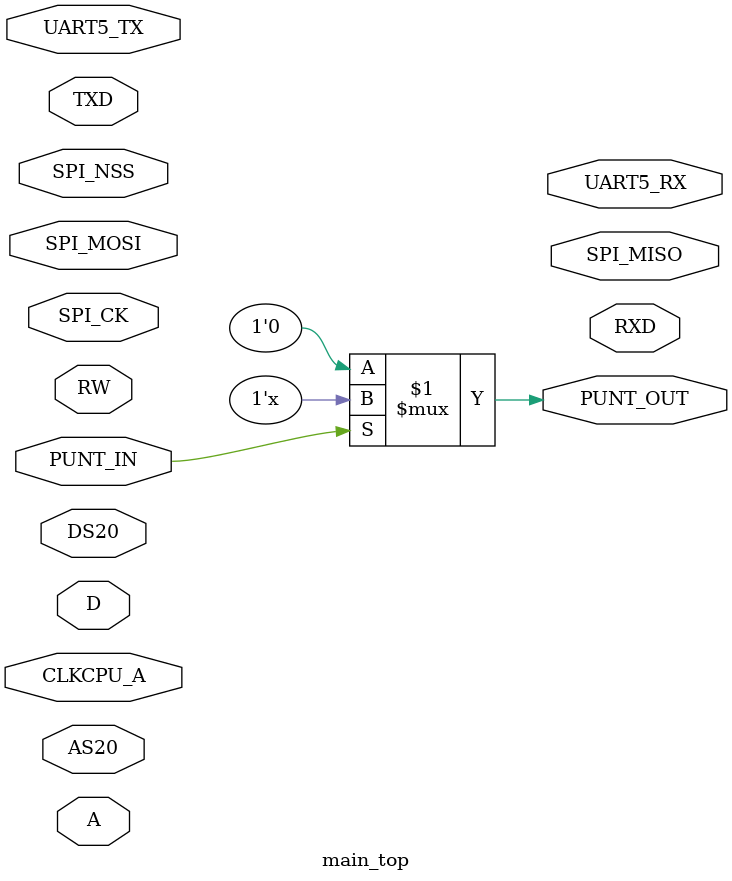
<source format=v>

`timescale 1ns / 1ps
/*
    Copyright (C) 2020, Stephen J. Leary
    All rights reserved.
    
    This file is part of CD32 USB Riser

    CD32 USB Riser is free software: you can redistribute it and/or modify
    it under the terms of the GNU General Public License as published by
    the Free Software Foundation, either version 2 of the License, or
    (at your option) any later version.     
    
    You should have received a copy of the GNU General Public License
    along with CD32 USB Riser. If not, see <http://www.gnu.org/licenses/>.
*/

module main_top(

    input CLKCPU_A, 
    input AS20, 
    input DS20, 
    input RW, 
    input [23:0] A,
    
    inout [31:24] D,

    // Punting... 
    input PUNT_IN, 
    output PUNT_OUT,

    // ARM UART 

    input UART5_TX, 
    output UART5_RX,

    // CD32 UART

    input TXD, 
    output RXD, 

    // SPI COMMS 

    input SPI_CK, 
    input SPI_NSS, 
    input SPI_MOSI, 
    output SPI_MISO

);

// bare min to make the riser work with a card.
assign PUNT_OUT = PUNT_IN ? 1'bz : 1'b0;


endmodule
</source>
